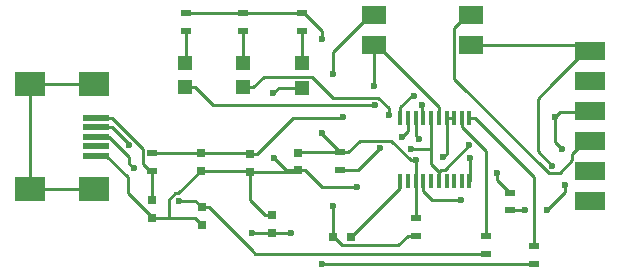
<source format=gtl>
G04 #@! TF.FileFunction,Copper,L1,Top,Signal*
%FSLAX46Y46*%
G04 Gerber Fmt 4.6, Leading zero omitted, Abs format (unit mm)*
G04 Created by KiCad (PCBNEW 4.0.0-rc1-stable) date 12/2/2015 9:18:31 PM*
%MOMM*%
G01*
G04 APERTURE LIST*
%ADD10C,0.100000*%
%ADD11R,0.406400X1.270000*%
%ADD12R,0.750000X0.800000*%
%ADD13R,0.800000X0.750000*%
%ADD14R,1.198880X1.198880*%
%ADD15R,0.900000X0.500000*%
%ADD16R,2.301240X0.500380*%
%ADD17R,2.499360X1.998980*%
%ADD18R,2.159000X1.524000*%
%ADD19R,2.540000X1.524000*%
%ADD20C,0.600000*%
%ADD21C,0.250000*%
G04 APERTURE END LIST*
D10*
D11*
X160350200Y-93210380D03*
X160985200Y-93210380D03*
X161645600Y-93210380D03*
X162306000Y-93210380D03*
X162941000Y-93210380D03*
X163601400Y-93210380D03*
X164261800Y-93210380D03*
X164896800Y-93210380D03*
X165557200Y-93210380D03*
X166192200Y-93210380D03*
X166192200Y-87876380D03*
X165557200Y-87876380D03*
X164896800Y-87876380D03*
X164261800Y-87876380D03*
X163601400Y-87876380D03*
X162941000Y-87876380D03*
X162306000Y-87876380D03*
X161645600Y-87876380D03*
X160985200Y-87876380D03*
X160350200Y-87876380D03*
D12*
X143540480Y-95444180D03*
X143540480Y-96944180D03*
X139362180Y-94830900D03*
X139362180Y-96330900D03*
X143461740Y-90840560D03*
X143461740Y-92340560D03*
X149504400Y-97598360D03*
X149504400Y-96098360D03*
X147584160Y-90921840D03*
X147584160Y-92421840D03*
X151673560Y-90812620D03*
X151673560Y-92312620D03*
D13*
X156185300Y-97972880D03*
X154685300Y-97972880D03*
D14*
X151985980Y-83210400D03*
X151985980Y-85308440D03*
X142111650Y-83203764D03*
X142111650Y-85301804D03*
X147030440Y-83202780D03*
X147030440Y-85300820D03*
D15*
X139357100Y-90867100D03*
X139357100Y-92367100D03*
D16*
X134548880Y-87871300D03*
X134548880Y-88671400D03*
X134548880Y-89471500D03*
X134548880Y-90271600D03*
X134548880Y-91071700D03*
D17*
X134449820Y-85021420D03*
X128950720Y-85021420D03*
X134449820Y-93921580D03*
X128950720Y-93921580D03*
D15*
X167581580Y-97862260D03*
X167581580Y-99362260D03*
X171622720Y-98734880D03*
X171622720Y-100234880D03*
X152001220Y-78983840D03*
X152001220Y-80483840D03*
X142176500Y-79032100D03*
X142176500Y-80532100D03*
X147063460Y-78983840D03*
X147063460Y-80483840D03*
X155204160Y-90783280D03*
X155204160Y-92283280D03*
X161698940Y-97858580D03*
X161698940Y-96358580D03*
X169618660Y-94212280D03*
X169618660Y-95712280D03*
D18*
X166331900Y-81739740D03*
X166331900Y-79199740D03*
X158076900Y-79199740D03*
X158076900Y-81739740D03*
D19*
X176377600Y-82255360D03*
X176377600Y-84795360D03*
X176377600Y-87335360D03*
X176377600Y-89875360D03*
X176377600Y-92415360D03*
X176377600Y-94955360D03*
D20*
X174028100Y-90517980D03*
X149600920Y-85742780D03*
X149641560Y-91307920D03*
X161234120Y-90543380D03*
X156705300Y-93751400D03*
X173426120Y-87843360D03*
X166126160Y-90213180D03*
X141589760Y-94904560D03*
X137335260Y-90164920D03*
X158104840Y-85191600D03*
X155478480Y-87817960D03*
X153718260Y-100243640D03*
X151109680Y-97660460D03*
X147800060Y-97602040D03*
X137756900Y-92128340D03*
X153675080Y-89187020D03*
X153710640Y-81208880D03*
X161678620Y-91478100D03*
X163962080Y-91231720D03*
X154650440Y-95374460D03*
X154650440Y-84137500D03*
X162214560Y-86771480D03*
X158188660Y-86799420D03*
X166217600Y-91252040D03*
X159379920Y-87602060D03*
X173212760Y-91912440D03*
X161531300Y-86047580D03*
X165508940Y-94800420D03*
X174320200Y-93581220D03*
X172775880Y-95697040D03*
X170888660Y-95707200D03*
X160479740Y-89489280D03*
X158615380Y-90421460D03*
X168534080Y-92555060D03*
X161930080Y-89687400D03*
D21*
X134548880Y-87871300D02*
X135949500Y-87871300D01*
X135949500Y-87871300D02*
X138582099Y-90503899D01*
X138582099Y-90503899D02*
X138582099Y-91792099D01*
X138582099Y-91792099D02*
X139157100Y-92367100D01*
X139157100Y-92367100D02*
X139357100Y-92367100D01*
X139357100Y-92367100D02*
X139357100Y-94825820D01*
X139357100Y-94825820D02*
X139362180Y-94830900D01*
X174028100Y-90517980D02*
X173426120Y-89916000D01*
X173426120Y-89916000D02*
X173426120Y-87843360D01*
X174339576Y-87396320D02*
X176433480Y-87396320D01*
X173873160Y-87396320D02*
X174339576Y-87396320D01*
X149600920Y-85742780D02*
X150035260Y-85308440D01*
X150035260Y-85308440D02*
X151985980Y-85308440D01*
X151673560Y-92312620D02*
X150646260Y-92312620D01*
X150646260Y-92312620D02*
X149641560Y-91307920D01*
X151673560Y-92312620D02*
X151111080Y-92312620D01*
X162941000Y-87876380D02*
X162941000Y-90461246D01*
X162941000Y-90461246D02*
X162941000Y-91787178D01*
X161234120Y-90543380D02*
X162858866Y-90543380D01*
X162858866Y-90543380D02*
X162941000Y-90461246D01*
X151673560Y-92312620D02*
X152298560Y-92312620D01*
X152298560Y-92312620D02*
X153737340Y-93751400D01*
X153737340Y-93751400D02*
X156705300Y-93751400D01*
X173426120Y-87843360D02*
X173873160Y-87396320D01*
X163601400Y-92574138D02*
X163601400Y-93210380D01*
X163601400Y-92447578D02*
X163601400Y-92574138D01*
X163601400Y-92447578D02*
X163798599Y-92250379D01*
X163798599Y-92250379D02*
X164088961Y-92250379D01*
X164088961Y-92250379D02*
X166126160Y-90213180D01*
X162941000Y-91787178D02*
X163601400Y-92447578D01*
X139362180Y-96330900D02*
X140725571Y-96330900D01*
X140725571Y-96330900D02*
X142927200Y-96330900D01*
X143461740Y-92340560D02*
X143461740Y-92365560D01*
X143461740Y-92365560D02*
X141547741Y-94279559D01*
X141547741Y-94279559D02*
X141289759Y-94279559D01*
X141289759Y-94279559D02*
X140725571Y-94843747D01*
X140725571Y-94843747D02*
X140725571Y-96330900D01*
X147584160Y-92421840D02*
X147584160Y-94803120D01*
X147584160Y-94803120D02*
X148879400Y-96098360D01*
X148879400Y-96098360D02*
X149504400Y-96098360D01*
X142927200Y-96330900D02*
X143540480Y-96944180D01*
X137284460Y-94228180D02*
X139362180Y-96305900D01*
X139362180Y-96305900D02*
X139362180Y-96330900D01*
X137284460Y-92906850D02*
X137284460Y-94228180D01*
X134548880Y-91071700D02*
X135449310Y-91071700D01*
X135449310Y-91071700D02*
X137284460Y-92906850D01*
X147584160Y-92421840D02*
X151564340Y-92421840D01*
X151564340Y-92421840D02*
X151673560Y-92312620D01*
X143461740Y-92340560D02*
X147502880Y-92340560D01*
X147502880Y-92340560D02*
X147584160Y-92421840D01*
X147844191Y-99122891D02*
X147564504Y-98843204D01*
X147564504Y-98843204D02*
X144165480Y-95444180D01*
X167581580Y-99362260D02*
X148083560Y-99362260D01*
X148083560Y-99362260D02*
X147564504Y-98843204D01*
X141589760Y-94904560D02*
X143000860Y-94904560D01*
X143000860Y-94904560D02*
X143540480Y-95444180D01*
X134548880Y-88671400D02*
X135949500Y-88671400D01*
X135949500Y-88671400D02*
X137335260Y-90057160D01*
X137335260Y-90057160D02*
X137335260Y-90164920D01*
X144165480Y-95444180D02*
X143540480Y-95444180D01*
X158104840Y-85191600D02*
X158104840Y-81767680D01*
X158104840Y-81767680D02*
X158076900Y-81739740D01*
X151239380Y-87891620D02*
X155404820Y-87891620D01*
X155404820Y-87891620D02*
X155478480Y-87817960D01*
X147584160Y-90921840D02*
X148209160Y-90921840D01*
X148209160Y-90921840D02*
X151239380Y-87891620D01*
X147584160Y-90921840D02*
X147584160Y-90896840D01*
X143461740Y-90840560D02*
X147502880Y-90840560D01*
X147502880Y-90840560D02*
X147584160Y-90921840D01*
X139357100Y-90867100D02*
X143435200Y-90867100D01*
X143435200Y-90867100D02*
X143461740Y-90840560D01*
X158076900Y-81739740D02*
X158394400Y-81739740D01*
X158394400Y-81739740D02*
X163601400Y-86946740D01*
X163601400Y-86946740D02*
X163601400Y-86991380D01*
X163601400Y-86991380D02*
X163601400Y-87876380D01*
X171622720Y-100234880D02*
X169775760Y-100234880D01*
X169775760Y-100234880D02*
X169767000Y-100243640D01*
X153718260Y-100243640D02*
X169767000Y-100243640D01*
X151109680Y-97660460D02*
X149566500Y-97660460D01*
X149566500Y-97660460D02*
X149504400Y-97598360D01*
X147800060Y-97602040D02*
X149500720Y-97602040D01*
X149500720Y-97602040D02*
X149504400Y-97598360D01*
X137408931Y-91163593D02*
X137408931Y-91780371D01*
X137408931Y-91780371D02*
X137756900Y-92128340D01*
X134548880Y-89471500D02*
X135716838Y-89471500D01*
X135716838Y-89471500D02*
X137408931Y-91163593D01*
X155204160Y-90783280D02*
X155904160Y-90783280D01*
X155904160Y-90783280D02*
X156890981Y-89796459D01*
X156890981Y-89796459D02*
X159572715Y-89796459D01*
X159572715Y-89796459D02*
X161254356Y-91478100D01*
X161254356Y-91478100D02*
X161678620Y-91478100D01*
X153675080Y-89187020D02*
X153675080Y-89254200D01*
X153675080Y-89254200D02*
X155204160Y-90783280D01*
X153675080Y-90747975D02*
X153710385Y-90783280D01*
X155204160Y-90783280D02*
X153710385Y-90783280D01*
X153710385Y-90783280D02*
X151702900Y-90783280D01*
X152001220Y-78983840D02*
X152201220Y-78983840D01*
X152201220Y-78983840D02*
X153710640Y-80493260D01*
X153710640Y-80493260D02*
X153710640Y-81208880D01*
X161678620Y-91478100D02*
X161678620Y-93177360D01*
X161678620Y-93177360D02*
X161645600Y-93210380D01*
X164261800Y-87876380D02*
X164261800Y-90932000D01*
X164261800Y-90932000D02*
X163962080Y-91231720D01*
X164896800Y-87876380D02*
X164261800Y-87876380D01*
X151702900Y-90783280D02*
X151673560Y-90812620D01*
X161645600Y-93210380D02*
X161645600Y-96305240D01*
X161645600Y-96305240D02*
X161698940Y-96358580D01*
X147063460Y-78983840D02*
X152001220Y-78983840D01*
X142176500Y-79032100D02*
X147015200Y-79032100D01*
X147015200Y-79032100D02*
X147063460Y-78983840D01*
X156185300Y-97972880D02*
X156210300Y-97972880D01*
X156210300Y-97972880D02*
X160350200Y-93832980D01*
X160350200Y-93832980D02*
X160350200Y-93210380D01*
X154685300Y-97972880D02*
X154710300Y-97972880D01*
X154710300Y-97972880D02*
X155410301Y-98672881D01*
X155410301Y-98672881D02*
X160184639Y-98672881D01*
X160184639Y-98672881D02*
X160998940Y-97858580D01*
X160998940Y-97858580D02*
X161698940Y-97858580D01*
X154650440Y-95374460D02*
X154650440Y-97938020D01*
X154650440Y-97938020D02*
X154685300Y-97972880D01*
X157759400Y-79199740D02*
X154650440Y-82308700D01*
X154650440Y-82308700D02*
X154650440Y-84137500D01*
X158076900Y-79199740D02*
X157759400Y-79199740D01*
X152001220Y-80483840D02*
X152001220Y-83195160D01*
X152001220Y-83195160D02*
X151985980Y-83210400D01*
X142176500Y-80532100D02*
X142176500Y-83138914D01*
X142176500Y-83138914D02*
X142111650Y-83203764D01*
X162214560Y-86771480D02*
X162214560Y-87784940D01*
X162214560Y-87784940D02*
X162306000Y-87876380D01*
X142111650Y-85301804D02*
X142961090Y-85301804D01*
X142961090Y-85301804D02*
X144458706Y-86799420D01*
X144458706Y-86799420D02*
X158188660Y-86799420D01*
X147063460Y-80483840D02*
X147063460Y-83169760D01*
X147063460Y-83169760D02*
X147030440Y-83202780D01*
X166217600Y-91252040D02*
X166217600Y-93184980D01*
X166217600Y-93184980D02*
X166192200Y-93210380D01*
X147030440Y-85300820D02*
X147879880Y-85300820D01*
X147879880Y-85300820D02*
X148796701Y-84383999D01*
X148796701Y-84383999D02*
X152845421Y-84383999D01*
X152845421Y-84383999D02*
X154635841Y-86174419D01*
X154635841Y-86174419D02*
X158488661Y-86174419D01*
X158488661Y-86174419D02*
X159379920Y-87065678D01*
X159379920Y-87065678D02*
X159379920Y-87602060D01*
X166166800Y-93184980D02*
X166192200Y-93210380D01*
X171963080Y-86281260D02*
X171963080Y-90662760D01*
X171963080Y-90662760D02*
X173212760Y-91912440D01*
X173212760Y-85031580D02*
X171963080Y-86281260D01*
X173212760Y-85021420D02*
X173212760Y-85031580D01*
X173875700Y-84358480D02*
X173212760Y-85021420D01*
X173883320Y-84358480D02*
X173875700Y-84358480D01*
X176433480Y-82316320D02*
X175925480Y-82316320D01*
X175925480Y-82316320D02*
X173883320Y-84358480D01*
X166331900Y-81739740D02*
X175856900Y-81739740D01*
X175856900Y-81739740D02*
X176433480Y-82316320D01*
X166331900Y-79199740D02*
X166014400Y-79199740D01*
X166014400Y-79199740D02*
X164927399Y-80286741D01*
X164927399Y-80286741D02*
X164927399Y-84552081D01*
X164927399Y-84552081D02*
X172912759Y-92537441D01*
X172912759Y-92537441D02*
X173832359Y-92537441D01*
X173832359Y-92537441D02*
X174913480Y-91456320D01*
X174913480Y-91456320D02*
X174913480Y-90948320D01*
X174913480Y-90948320D02*
X175925480Y-89936320D01*
X175925480Y-89936320D02*
X176433480Y-89936320D01*
X160350200Y-87876380D02*
X160350200Y-86991380D01*
X160350200Y-86991380D02*
X161294000Y-86047580D01*
X161294000Y-86047580D02*
X161531300Y-86047580D01*
X162306000Y-93210380D02*
X162306000Y-94095380D01*
X162306000Y-94095380D02*
X163011040Y-94800420D01*
X163011040Y-94800420D02*
X165508940Y-94800420D01*
X172775880Y-95697040D02*
X174320200Y-94152720D01*
X174320200Y-94152720D02*
X174320200Y-93581220D01*
X169618660Y-95712280D02*
X170883580Y-95712280D01*
X170883580Y-95712280D02*
X170888660Y-95707200D01*
X128950720Y-93921580D02*
X134449820Y-93921580D01*
X128950720Y-85021420D02*
X128950720Y-93921580D01*
X134449820Y-85021420D02*
X128950720Y-85021420D01*
X167594280Y-96410780D02*
X167594280Y-96076885D01*
X167594280Y-96076885D02*
X167594280Y-90701662D01*
X167581580Y-97862260D02*
X167581580Y-97362260D01*
X167581580Y-97362260D02*
X167594280Y-97349560D01*
X167594280Y-97349560D02*
X167594280Y-96076885D01*
X167594280Y-90701662D02*
X165557200Y-88664582D01*
X165557200Y-88664582D02*
X165557200Y-87876380D01*
X171622720Y-98734880D02*
X171622720Y-98234880D01*
X171622720Y-98234880D02*
X171640500Y-98217100D01*
X171640500Y-98217100D02*
X171640500Y-92871480D01*
X171640500Y-92871480D02*
X166645400Y-87876380D01*
X166645400Y-87876380D02*
X166192200Y-87876380D01*
X160479740Y-89489280D02*
X160985200Y-88983820D01*
X160985200Y-88983820D02*
X160985200Y-87876380D01*
X155204160Y-92283280D02*
X156753560Y-92283280D01*
X156753560Y-92283280D02*
X158615380Y-90421460D01*
X168534080Y-92555060D02*
X168534080Y-93127700D01*
X168534080Y-93127700D02*
X169618660Y-94212280D01*
X161645600Y-87876380D02*
X161645600Y-89402920D01*
X161645600Y-89402920D02*
X161930080Y-89687400D01*
M02*

</source>
